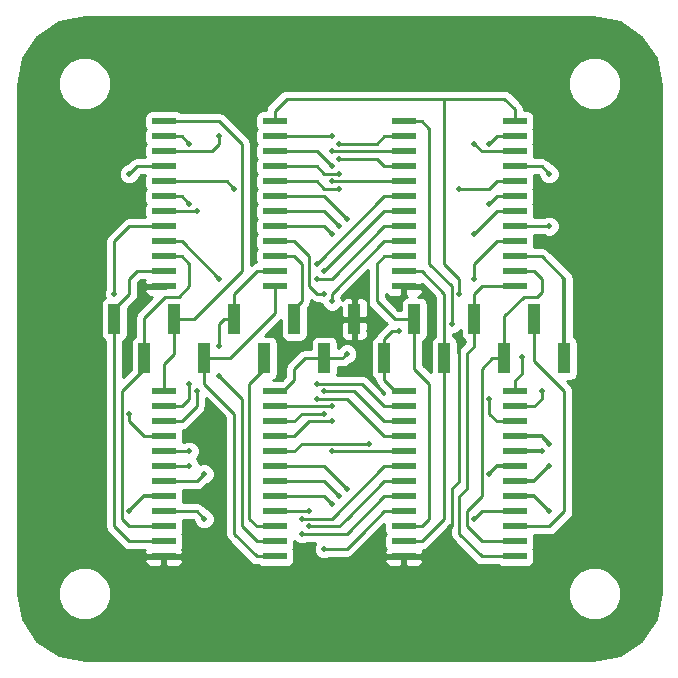
<source format=gtl>
G04 #@! TF.FileFunction,Copper,L1,Top,Signal*
%FSLAX46Y46*%
G04 Gerber Fmt 4.6, Leading zero omitted, Abs format (unit mm)*
G04 Created by KiCad (PCBNEW (2015-11-29 BZR 6336)-product) date vrijdag 15 april 2016 20:54:22*
%MOMM*%
G01*
G04 APERTURE LIST*
%ADD10C,0.100000*%
%ADD11R,1.000000X2.510000*%
%ADD12R,2.000000X0.600000*%
%ADD13C,0.508000*%
%ADD14C,0.254000*%
%ADD15C,0.304800*%
G04 APERTURE END LIST*
D10*
D11*
X135890000Y-103255000D03*
X133350000Y-99945000D03*
X138430000Y-99945000D03*
X140970000Y-103255000D03*
X151130000Y-103255000D03*
X148590000Y-99945000D03*
X143510000Y-99945000D03*
X146050000Y-103255000D03*
X171450000Y-103255000D03*
X168910000Y-99945000D03*
X163830000Y-99945000D03*
X166370000Y-103255000D03*
X161290000Y-103255000D03*
X158750000Y-99945000D03*
X156210000Y-103255000D03*
X153670000Y-99945000D03*
D12*
X157860000Y-83185000D03*
X157860000Y-84455000D03*
X157860000Y-85725000D03*
X157860000Y-86995000D03*
X157860000Y-88265000D03*
X157860000Y-89535000D03*
X157860000Y-90805000D03*
X157860000Y-92075000D03*
X157860000Y-93345000D03*
X157860000Y-94615000D03*
X157860000Y-95885000D03*
X157860000Y-97155000D03*
X167260000Y-97155000D03*
X167260000Y-95885000D03*
X167260000Y-94615000D03*
X167260000Y-93345000D03*
X167260000Y-92075000D03*
X167260000Y-90805000D03*
X167260000Y-89535000D03*
X167260000Y-88265000D03*
X167260000Y-86995000D03*
X167260000Y-85725000D03*
X167260000Y-84455000D03*
X167260000Y-83185000D03*
X157860000Y-106045000D03*
X157860000Y-107315000D03*
X157860000Y-108585000D03*
X157860000Y-109855000D03*
X157860000Y-111125000D03*
X157860000Y-112395000D03*
X157860000Y-113665000D03*
X157860000Y-114935000D03*
X157860000Y-116205000D03*
X157860000Y-117475000D03*
X157860000Y-118745000D03*
X157860000Y-120015000D03*
X167260000Y-120015000D03*
X167260000Y-118745000D03*
X167260000Y-117475000D03*
X167260000Y-116205000D03*
X167260000Y-114935000D03*
X167260000Y-113665000D03*
X167260000Y-112395000D03*
X167260000Y-111125000D03*
X167260000Y-109855000D03*
X167260000Y-108585000D03*
X167260000Y-107315000D03*
X167260000Y-106045000D03*
X137540000Y-106045000D03*
X137540000Y-107315000D03*
X137540000Y-108585000D03*
X137540000Y-109855000D03*
X137540000Y-111125000D03*
X137540000Y-112395000D03*
X137540000Y-113665000D03*
X137540000Y-114935000D03*
X137540000Y-116205000D03*
X137540000Y-117475000D03*
X137540000Y-118745000D03*
X137540000Y-120015000D03*
X146940000Y-120015000D03*
X146940000Y-118745000D03*
X146940000Y-117475000D03*
X146940000Y-116205000D03*
X146940000Y-114935000D03*
X146940000Y-113665000D03*
X146940000Y-112395000D03*
X146940000Y-111125000D03*
X146940000Y-109855000D03*
X146940000Y-108585000D03*
X146940000Y-107315000D03*
X146940000Y-106045000D03*
X137540000Y-83185000D03*
X137540000Y-84455000D03*
X137540000Y-85725000D03*
X137540000Y-86995000D03*
X137540000Y-88265000D03*
X137540000Y-89535000D03*
X137540000Y-90805000D03*
X137540000Y-92075000D03*
X137540000Y-93345000D03*
X137540000Y-94615000D03*
X137540000Y-95885000D03*
X137540000Y-97155000D03*
X146940000Y-97155000D03*
X146940000Y-95885000D03*
X146940000Y-94615000D03*
X146940000Y-93345000D03*
X146940000Y-92075000D03*
X146940000Y-90805000D03*
X146940000Y-89535000D03*
X146940000Y-88265000D03*
X146940000Y-86995000D03*
X146940000Y-85725000D03*
X146940000Y-84455000D03*
X146940000Y-83185000D03*
D13*
X151765000Y-85725000D03*
X139700000Y-85090000D03*
X152400000Y-85090000D03*
X142240000Y-84455000D03*
X163830000Y-85090000D03*
X151765000Y-84455000D03*
X165100000Y-85090000D03*
X151765000Y-86995000D03*
X134620000Y-87630000D03*
X152400000Y-86360000D03*
X143510000Y-88900000D03*
X151765000Y-88265000D03*
X152400000Y-88900000D03*
X162560000Y-88900000D03*
X152400000Y-87630000D03*
X170180000Y-87630000D03*
X151130000Y-95885000D03*
X139700000Y-90170000D03*
X150495000Y-95250000D03*
X140335000Y-90805000D03*
X163830000Y-92710000D03*
X153035000Y-91440000D03*
X165100000Y-90170000D03*
X152400000Y-92075000D03*
X133350000Y-97790000D03*
X150495000Y-96520000D03*
X142240000Y-96520000D03*
X151765000Y-98425000D03*
X151130000Y-97790000D03*
X163830000Y-96520000D03*
X151765000Y-92710000D03*
X170180000Y-92075000D03*
X151130000Y-106045000D03*
X139700000Y-105410000D03*
X150495000Y-105410000D03*
X140335000Y-106045000D03*
X165100000Y-106680000D03*
X151765000Y-107315000D03*
X169545000Y-106045000D03*
X151130000Y-107950000D03*
X134620000Y-107950000D03*
X150495000Y-106680000D03*
X139700000Y-111125000D03*
X151765000Y-111125000D03*
X154940000Y-110490000D03*
X169545000Y-111125000D03*
X151765000Y-108585000D03*
X170180000Y-110490000D03*
X149860000Y-117475000D03*
X139700000Y-112395000D03*
X149225000Y-116840000D03*
X140970000Y-113030000D03*
X170180000Y-112395000D03*
X153035000Y-114300000D03*
X165100000Y-113030000D03*
X152400000Y-114935000D03*
X134620000Y-116205000D03*
X149225000Y-118110000D03*
X140970000Y-116840000D03*
X151130000Y-119380000D03*
X149860000Y-116205000D03*
X163830000Y-116840000D03*
X151765000Y-115570000D03*
X170180000Y-116205000D03*
X162560000Y-101600000D03*
X154940000Y-100965000D03*
X135890000Y-98425000D03*
X156845000Y-98425000D03*
X162560000Y-97790000D03*
X167894000Y-103124000D03*
X153035000Y-102870000D03*
X142240000Y-102235000D03*
X142240000Y-104775000D03*
X157480000Y-100965000D03*
X161925000Y-100330000D03*
D14*
X157860000Y-85725000D02*
X151765000Y-85725000D01*
X137540000Y-84455000D02*
X139065000Y-84455000D01*
X139065000Y-84455000D02*
X139700000Y-85090000D01*
X155575000Y-85090000D02*
X152400000Y-85090000D01*
X156210000Y-84455000D02*
X155575000Y-85090000D01*
X157860000Y-84455000D02*
X156210000Y-84455000D01*
X142240000Y-85090000D02*
X142240000Y-84455000D01*
X141605000Y-85725000D02*
X142240000Y-85090000D01*
X137540000Y-85725000D02*
X141605000Y-85725000D01*
X167260000Y-85725000D02*
X164465000Y-85725000D01*
X164465000Y-85725000D02*
X163830000Y-85090000D01*
X146940000Y-84455000D02*
X151765000Y-84455000D01*
X167260000Y-84455000D02*
X165735000Y-84455000D01*
X165735000Y-84455000D02*
X165100000Y-85090000D01*
X150495000Y-85725000D02*
X151765000Y-86995000D01*
X146940000Y-85725000D02*
X150495000Y-85725000D01*
X135255000Y-86995000D02*
X134620000Y-87630000D01*
X137540000Y-86995000D02*
X135255000Y-86995000D01*
X155575000Y-86360000D02*
X152400000Y-86360000D01*
X156210000Y-86995000D02*
X155575000Y-86360000D01*
X157860000Y-86995000D02*
X156210000Y-86995000D01*
X137540000Y-88265000D02*
X142875000Y-88265000D01*
X142875000Y-88265000D02*
X143510000Y-88900000D01*
X157860000Y-88265000D02*
X151765000Y-88265000D01*
X150495000Y-88265000D02*
X151130000Y-88900000D01*
X151130000Y-88900000D02*
X152400000Y-88900000D01*
X146940000Y-88265000D02*
X150495000Y-88265000D01*
X165100000Y-88900000D02*
X162560000Y-88900000D01*
X165735000Y-88265000D02*
X165100000Y-88900000D01*
X167260000Y-88265000D02*
X165735000Y-88265000D01*
X151130000Y-87630000D02*
X152400000Y-87630000D01*
X150495000Y-86995000D02*
X151130000Y-87630000D01*
X146940000Y-86995000D02*
X150495000Y-86995000D01*
X167260000Y-86995000D02*
X169545000Y-86995000D01*
X169545000Y-86995000D02*
X170180000Y-87630000D01*
X151130000Y-95885000D02*
X156210000Y-90805000D01*
X157860000Y-90805000D02*
X156210000Y-90805000D01*
X137540000Y-89535000D02*
X139065000Y-89535000D01*
X139065000Y-89535000D02*
X139700000Y-90170000D01*
X156210000Y-89535000D02*
X150495000Y-95250000D01*
X157860000Y-89535000D02*
X156210000Y-89535000D01*
X137540000Y-90805000D02*
X140335000Y-90805000D01*
X165735000Y-90805000D02*
X163830000Y-92710000D01*
X167260000Y-90805000D02*
X165735000Y-90805000D01*
X148590000Y-89535000D02*
X151130000Y-89535000D01*
X151130000Y-89535000D02*
X153035000Y-91440000D01*
X146940000Y-89535000D02*
X148590000Y-89535000D01*
X167260000Y-89535000D02*
X165735000Y-89535000D01*
X165735000Y-89535000D02*
X165100000Y-90170000D01*
X151130000Y-90805000D02*
X152400000Y-92075000D01*
X148590000Y-90805000D02*
X151130000Y-90805000D01*
X146940000Y-90805000D02*
X148590000Y-90805000D01*
X133350000Y-93345000D02*
X133350000Y-97790000D01*
X134620000Y-92075000D02*
X133350000Y-93345000D01*
X137540000Y-92075000D02*
X134620000Y-92075000D01*
X151765000Y-96520000D02*
X150495000Y-96520000D01*
X156210000Y-92075000D02*
X151765000Y-96520000D01*
X157860000Y-92075000D02*
X156210000Y-92075000D01*
X139065000Y-93345000D02*
X142240000Y-96520000D01*
X137540000Y-93345000D02*
X139065000Y-93345000D01*
X151765000Y-97790000D02*
X151765000Y-98425000D01*
X156210000Y-93345000D02*
X151765000Y-97790000D01*
X157860000Y-93345000D02*
X156210000Y-93345000D01*
X149860000Y-97155000D02*
X150495000Y-97790000D01*
X150495000Y-97790000D02*
X151130000Y-97790000D01*
X149860000Y-94615000D02*
X149860000Y-97155000D01*
X148590000Y-93345000D02*
X149860000Y-94615000D01*
X148590000Y-93345000D02*
X146940000Y-93345000D01*
X165735000Y-93345000D02*
X163830000Y-95250000D01*
X163830000Y-95250000D02*
X163830000Y-96520000D01*
X167260000Y-93345000D02*
X165735000Y-93345000D01*
X148590000Y-92075000D02*
X151130000Y-92075000D01*
X151130000Y-92075000D02*
X151765000Y-92710000D01*
X146940000Y-92075000D02*
X148590000Y-92075000D01*
X167260000Y-92075000D02*
X170180000Y-92075000D01*
X156210000Y-108585000D02*
X153670000Y-106045000D01*
X153670000Y-106045000D02*
X151130000Y-106045000D01*
X157860000Y-108585000D02*
X156210000Y-108585000D01*
X139700000Y-106680000D02*
X139700000Y-105410000D01*
X139065000Y-107315000D02*
X139700000Y-106680000D01*
X137540000Y-107315000D02*
X139065000Y-107315000D01*
X156210000Y-107315000D02*
X154305000Y-105410000D01*
X154305000Y-105410000D02*
X150495000Y-105410000D01*
X157860000Y-107315000D02*
X156210000Y-107315000D01*
X140335000Y-107315000D02*
X140335000Y-106045000D01*
X139065000Y-108585000D02*
X140335000Y-107315000D01*
X137540000Y-108585000D02*
X139065000Y-108585000D01*
X165100000Y-107950000D02*
X165100000Y-106680000D01*
X165735000Y-108585000D02*
X165100000Y-107950000D01*
X167260000Y-108585000D02*
X165735000Y-108585000D01*
X146940000Y-107315000D02*
X151765000Y-107315000D01*
X168910000Y-107315000D02*
X169545000Y-106680000D01*
X169545000Y-106680000D02*
X169545000Y-106045000D01*
X167260000Y-107315000D02*
X168910000Y-107315000D01*
X148590000Y-108585000D02*
X149225000Y-107950000D01*
X149225000Y-107950000D02*
X151130000Y-107950000D01*
X146940000Y-108585000D02*
X148590000Y-108585000D01*
X135890000Y-109855000D02*
X134620000Y-108585000D01*
X134620000Y-108585000D02*
X134620000Y-107950000D01*
X137540000Y-109855000D02*
X135890000Y-109855000D01*
X156210000Y-109855000D02*
X153035000Y-106680000D01*
X153035000Y-106680000D02*
X150495000Y-106680000D01*
X157860000Y-109855000D02*
X156210000Y-109855000D01*
X137540000Y-111125000D02*
X139700000Y-111125000D01*
X157860000Y-111125000D02*
X151765000Y-111125000D01*
X148590000Y-111125000D02*
X149225000Y-110490000D01*
X149225000Y-110490000D02*
X154940000Y-110490000D01*
X146940000Y-111125000D02*
X148590000Y-111125000D01*
D15*
X167260000Y-111125000D02*
X169545000Y-111125000D01*
D14*
X149860000Y-108585000D02*
X151765000Y-108585000D01*
X148590000Y-109855000D02*
X149860000Y-108585000D01*
X146940000Y-109855000D02*
X148590000Y-109855000D01*
D15*
X170180000Y-110490000D02*
X169545000Y-109855000D01*
X169545000Y-109855000D02*
X167260000Y-109855000D01*
D14*
X152400000Y-117475000D02*
X153035000Y-116840000D01*
X149860000Y-117475000D02*
X152400000Y-117475000D01*
X156210000Y-113665000D02*
X153035000Y-116840000D01*
X157860000Y-113665000D02*
X156210000Y-113665000D01*
X137540000Y-112395000D02*
X139700000Y-112395000D01*
X149225000Y-116840000D02*
X151765000Y-116840000D01*
X151765000Y-116840000D02*
X156210000Y-112395000D01*
X156210000Y-112395000D02*
X157860000Y-112395000D01*
X140335000Y-113665000D02*
X140970000Y-113030000D01*
X137540000Y-113665000D02*
X140335000Y-113665000D01*
D15*
X167260000Y-113665000D02*
X168910000Y-113665000D01*
X168910000Y-113665000D02*
X170180000Y-112395000D01*
D14*
X146940000Y-112395000D02*
X151130000Y-112395000D01*
X151130000Y-112395000D02*
X153035000Y-114300000D01*
D15*
X167260000Y-112395000D02*
X165735000Y-112395000D01*
X165735000Y-112395000D02*
X165100000Y-113030000D01*
D14*
X151130000Y-113665000D02*
X152400000Y-114935000D01*
X146940000Y-113665000D02*
X151130000Y-113665000D01*
D15*
X135890000Y-114935000D02*
X134620000Y-116205000D01*
X137540000Y-114935000D02*
X135890000Y-114935000D01*
D14*
X149225000Y-118110000D02*
X153035000Y-118110000D01*
X153035000Y-118110000D02*
X156210000Y-114935000D01*
X156210000Y-114935000D02*
X157860000Y-114935000D01*
X137540000Y-116205000D02*
X140335000Y-116205000D01*
X140335000Y-116205000D02*
X140970000Y-116840000D01*
X153035000Y-119380000D02*
X151130000Y-119380000D01*
X154305000Y-118110000D02*
X153035000Y-119380000D01*
X156210000Y-116205000D02*
X154305000Y-118110000D01*
X157860000Y-116205000D02*
X156210000Y-116205000D01*
X146940000Y-116205000D02*
X149860000Y-116205000D01*
X167260000Y-116205000D02*
X164465000Y-116205000D01*
X164465000Y-116205000D02*
X163830000Y-116840000D01*
X146940000Y-114935000D02*
X151130000Y-114935000D01*
X151130000Y-114935000D02*
X151765000Y-115570000D01*
D15*
X167260000Y-114935000D02*
X168910000Y-114935000D01*
X168910000Y-114935000D02*
X170180000Y-116205000D01*
D14*
X162560000Y-113665000D02*
X162560000Y-101600000D01*
X161925000Y-114300000D02*
X162560000Y-113665000D01*
X161925000Y-117475000D02*
X161925000Y-114300000D01*
X159385000Y-120015000D02*
X161925000Y-117475000D01*
X157860000Y-120015000D02*
X159385000Y-120015000D01*
X135890000Y-97155000D02*
X135890000Y-98425000D01*
X137540000Y-97155000D02*
X135890000Y-97155000D01*
X157860000Y-98045000D02*
X157480000Y-98425000D01*
X157480000Y-98425000D02*
X156845000Y-98425000D01*
X157860000Y-97155000D02*
X157860000Y-98045000D01*
X162560000Y-97790000D02*
X162560000Y-96520000D01*
X161290000Y-95250000D02*
X162560000Y-96520000D01*
X161290000Y-81280000D02*
X147955000Y-81280000D01*
X166370000Y-81280000D02*
X161290000Y-81280000D01*
X161290000Y-81280000D02*
X161290000Y-95250000D01*
X167260000Y-105155000D02*
X167894000Y-104521000D01*
X167894000Y-103124000D02*
X167894000Y-104521000D01*
X167260000Y-105155000D02*
X167260000Y-106045000D01*
X151130000Y-103255000D02*
X152650000Y-103255000D01*
X152650000Y-103255000D02*
X153035000Y-102870000D01*
X146940000Y-106045000D02*
X147640000Y-106045000D01*
X147640000Y-106045000D02*
X148590000Y-105095000D01*
X148590000Y-105095000D02*
X148590000Y-104140000D01*
X148590000Y-104140000D02*
X149475000Y-103255000D01*
X149475000Y-103255000D02*
X151130000Y-103255000D01*
X167260000Y-82170000D02*
X166370000Y-81280000D01*
X167260000Y-83185000D02*
X167260000Y-82170000D01*
X146940000Y-82295000D02*
X147955000Y-81280000D01*
X146940000Y-83185000D02*
X146940000Y-82295000D01*
X135890000Y-103255000D02*
X135890000Y-104140000D01*
X135890000Y-104140000D02*
X133985000Y-106045000D01*
X135890000Y-103255000D02*
X135890000Y-99822000D01*
X135890000Y-99822000D02*
X137668000Y-98044000D01*
X138811000Y-98044000D02*
X137668000Y-98044000D01*
X139700000Y-97155000D02*
X138811000Y-98044000D01*
X139700000Y-95250000D02*
X139700000Y-97155000D01*
X139065000Y-94615000D02*
X139700000Y-95250000D01*
X137540000Y-94615000D02*
X139065000Y-94615000D01*
X133985000Y-106045000D02*
X133985000Y-116840000D01*
X133985000Y-116840000D02*
X134620000Y-117475000D01*
X134620000Y-117475000D02*
X137540000Y-117475000D01*
X133350000Y-117475000D02*
X133350000Y-99945000D01*
X134620000Y-118745000D02*
X133350000Y-117475000D01*
X137540000Y-118745000D02*
X134620000Y-118745000D01*
X134620000Y-97790000D02*
X134620000Y-96520000D01*
X133350000Y-99060000D02*
X134620000Y-97790000D01*
X133350000Y-99945000D02*
X133350000Y-99060000D01*
X135255000Y-95885000D02*
X134620000Y-96520000D01*
X137540000Y-95885000D02*
X135255000Y-95885000D01*
X143125000Y-103255000D02*
X146940000Y-99440000D01*
X140970000Y-103255000D02*
X143125000Y-103255000D01*
X146940000Y-99440000D02*
X146940000Y-97155000D01*
X143510000Y-107950000D02*
X140970000Y-105410000D01*
X140970000Y-105410000D02*
X140970000Y-103255000D01*
X143510000Y-118110000D02*
X143510000Y-107950000D01*
X145415000Y-120015000D02*
X143510000Y-118110000D01*
X146940000Y-120015000D02*
X145415000Y-120015000D01*
X142240000Y-100330000D02*
X142240000Y-102235000D01*
X143510000Y-99945000D02*
X142625000Y-99945000D01*
X142625000Y-99945000D02*
X142240000Y-100330000D01*
X144145000Y-117475000D02*
X144145000Y-107315000D01*
X144145000Y-107315000D02*
X144145000Y-106680000D01*
X144145000Y-106680000D02*
X142240000Y-104775000D01*
X145415000Y-118745000D02*
X144145000Y-117475000D01*
X146940000Y-118745000D02*
X145415000Y-118745000D01*
X145415000Y-95885000D02*
X143510000Y-97790000D01*
X143510000Y-97790000D02*
X143510000Y-99945000D01*
X146940000Y-95885000D02*
X145415000Y-95885000D01*
X158750000Y-99945000D02*
X157095000Y-99945000D01*
X157095000Y-99945000D02*
X155575000Y-98425000D01*
X155575000Y-95250000D02*
X155575000Y-98425000D01*
X156210000Y-94615000D02*
X155575000Y-95250000D01*
X157860000Y-94615000D02*
X156210000Y-94615000D01*
X158750000Y-104140000D02*
X160020000Y-105410000D01*
X158750000Y-99945000D02*
X158750000Y-104140000D01*
X160020000Y-116840000D02*
X160020000Y-105410000D01*
X159385000Y-117475000D02*
X160020000Y-116840000D01*
X157860000Y-117475000D02*
X159385000Y-117475000D01*
X161290000Y-103255000D02*
X161290000Y-97790000D01*
X161290000Y-116840000D02*
X161290000Y-103255000D01*
X159385000Y-95885000D02*
X161290000Y-97790000D01*
X157860000Y-95885000D02*
X159385000Y-95885000D01*
X159385000Y-118745000D02*
X161290000Y-116840000D01*
X157860000Y-118745000D02*
X159385000Y-118745000D01*
X167260000Y-120015000D02*
X164465000Y-120015000D01*
X164465000Y-120015000D02*
X162560000Y-118110000D01*
X162560000Y-118110000D02*
X162560000Y-114935000D01*
X162560000Y-114935000D02*
X163195000Y-114300000D01*
X163830000Y-102235000D02*
X163830000Y-99945000D01*
X163195000Y-114300000D02*
X163195000Y-102870000D01*
X163195000Y-102870000D02*
X163830000Y-102235000D01*
X163830000Y-97790000D02*
X163830000Y-99945000D01*
X164465000Y-97155000D02*
X163830000Y-97790000D01*
X167260000Y-97155000D02*
X164465000Y-97155000D01*
X164465000Y-104140000D02*
X164465000Y-114935000D01*
X164465000Y-114935000D02*
X163195000Y-116205000D01*
X166370000Y-103255000D02*
X166370000Y-99695000D01*
X165350000Y-103255000D02*
X164465000Y-104140000D01*
X166370000Y-103255000D02*
X165350000Y-103255000D01*
X168021000Y-98044000D02*
X166370000Y-99695000D01*
X169164000Y-98044000D02*
X168021000Y-98044000D01*
X169545000Y-97663000D02*
X169164000Y-98044000D01*
X169545000Y-96520000D02*
X169545000Y-97663000D01*
X168910000Y-95885000D02*
X169545000Y-96520000D01*
X167260000Y-95885000D02*
X168910000Y-95885000D01*
X163195000Y-117475000D02*
X163195000Y-116205000D01*
X164465000Y-118745000D02*
X163195000Y-117475000D01*
X167260000Y-118745000D02*
X164465000Y-118745000D01*
X149225000Y-98425000D02*
X149225000Y-95250000D01*
X148590000Y-99060000D02*
X149225000Y-98425000D01*
X148590000Y-99945000D02*
X148590000Y-99060000D01*
X148590000Y-94615000D02*
X149225000Y-95250000D01*
X146940000Y-94615000D02*
X148590000Y-94615000D01*
D15*
X171450000Y-96520000D02*
X171450000Y-100965000D01*
D14*
X167260000Y-94615000D02*
X169545000Y-94615000D01*
X169545000Y-94615000D02*
X171450000Y-96520000D01*
D15*
X171450000Y-100965000D02*
X171450000Y-103255000D01*
D14*
X168910000Y-103505000D02*
X168910000Y-99945000D01*
X171450000Y-106045000D02*
X168910000Y-103505000D01*
X171450000Y-116205000D02*
X171450000Y-106045000D01*
X170180000Y-117475000D02*
X171450000Y-116205000D01*
X167260000Y-117475000D02*
X170180000Y-117475000D01*
X145415000Y-117475000D02*
X146940000Y-117475000D01*
X144780000Y-116840000D02*
X145415000Y-117475000D01*
X144780000Y-105410000D02*
X144780000Y-116840000D01*
X146050000Y-104140000D02*
X144780000Y-105410000D01*
X146050000Y-103255000D02*
X146050000Y-104140000D01*
X156210000Y-101600000D02*
X156845000Y-100965000D01*
X156845000Y-100965000D02*
X157480000Y-100965000D01*
X156210000Y-103255000D02*
X156210000Y-101600000D01*
X160020000Y-95250000D02*
X161925000Y-97155000D01*
X161925000Y-97155000D02*
X161925000Y-100330000D01*
X160020000Y-95250000D02*
X160020000Y-83820000D01*
X159385000Y-83185000D02*
X160020000Y-83820000D01*
X157860000Y-83185000D02*
X159385000Y-83185000D01*
X157860000Y-106045000D02*
X157160000Y-106045000D01*
X157160000Y-106045000D02*
X156210000Y-105095000D01*
X156210000Y-105095000D02*
X156210000Y-104764000D01*
X156210000Y-104764000D02*
X156210000Y-103255000D01*
X140085000Y-99945000D02*
X144145000Y-95885000D01*
X138430000Y-99945000D02*
X140085000Y-99945000D01*
X144145000Y-95885000D02*
X144145000Y-85090000D01*
X144145000Y-85090000D02*
X142240000Y-83185000D01*
X142240000Y-83185000D02*
X137540000Y-83185000D01*
X138430000Y-102870000D02*
X138430000Y-99945000D01*
X137540000Y-103760000D02*
X138430000Y-102870000D01*
X137540000Y-106045000D02*
X137540000Y-103760000D01*
G36*
X176143011Y-74812170D02*
X177968247Y-76031753D01*
X179187829Y-77856987D01*
X179630000Y-80079931D01*
X179630000Y-123120069D01*
X179187829Y-125343013D01*
X177968247Y-127168247D01*
X176143011Y-128387830D01*
X173920069Y-128830000D01*
X130879931Y-128830000D01*
X128656987Y-128387829D01*
X126831753Y-127168247D01*
X125612170Y-125343011D01*
X125271953Y-123632619D01*
X128574613Y-123632619D01*
X128914155Y-124454372D01*
X129542321Y-125083636D01*
X130363481Y-125424611D01*
X131252619Y-125425387D01*
X132074372Y-125085845D01*
X132703636Y-124457679D01*
X133044611Y-123636519D01*
X133044614Y-123632619D01*
X171754613Y-123632619D01*
X172094155Y-124454372D01*
X172722321Y-125083636D01*
X173543481Y-125424611D01*
X174432619Y-125425387D01*
X175254372Y-125085845D01*
X175883636Y-124457679D01*
X176224611Y-123636519D01*
X176225387Y-122747381D01*
X175885845Y-121925628D01*
X175257679Y-121296364D01*
X174436519Y-120955389D01*
X173547381Y-120954613D01*
X172725628Y-121294155D01*
X172096364Y-121922321D01*
X171755389Y-122743481D01*
X171754613Y-123632619D01*
X133044614Y-123632619D01*
X133045387Y-122747381D01*
X132705845Y-121925628D01*
X132077679Y-121296364D01*
X131256519Y-120955389D01*
X130367381Y-120954613D01*
X129545628Y-121294155D01*
X128916364Y-121922321D01*
X128575389Y-122743481D01*
X128574613Y-123632619D01*
X125271953Y-123632619D01*
X125170000Y-123120069D01*
X125170000Y-120300750D01*
X135905000Y-120300750D01*
X135905000Y-120441310D01*
X136001673Y-120674699D01*
X136180302Y-120853327D01*
X136413691Y-120950000D01*
X137254250Y-120950000D01*
X137413000Y-120791250D01*
X137413000Y-120142000D01*
X137667000Y-120142000D01*
X137667000Y-120791250D01*
X137825750Y-120950000D01*
X138666309Y-120950000D01*
X138899698Y-120853327D01*
X139078327Y-120674699D01*
X139175000Y-120441310D01*
X139175000Y-120300750D01*
X139016250Y-120142000D01*
X137667000Y-120142000D01*
X137413000Y-120142000D01*
X136063750Y-120142000D01*
X135905000Y-120300750D01*
X125170000Y-120300750D01*
X125170000Y-98690000D01*
X132202560Y-98690000D01*
X132202560Y-101200000D01*
X132246838Y-101435317D01*
X132385910Y-101651441D01*
X132588000Y-101789523D01*
X132588000Y-117475000D01*
X132646004Y-117766605D01*
X132700771Y-117848569D01*
X132811185Y-118013815D01*
X134081184Y-119283815D01*
X134328395Y-119448996D01*
X134620000Y-119507000D01*
X135938837Y-119507000D01*
X135905000Y-119588690D01*
X135905000Y-119729250D01*
X136063750Y-119888000D01*
X137413000Y-119888000D01*
X137413000Y-119868000D01*
X137667000Y-119868000D01*
X137667000Y-119888000D01*
X139016250Y-119888000D01*
X139175000Y-119729250D01*
X139175000Y-119588690D01*
X139085194Y-119371878D01*
X139136431Y-119296890D01*
X139187440Y-119045000D01*
X139187440Y-118445000D01*
X139143162Y-118209683D01*
X139079322Y-118110472D01*
X139136431Y-118026890D01*
X139187440Y-117775000D01*
X139187440Y-117175000D01*
X139148302Y-116967000D01*
X140019370Y-116967000D01*
X140089591Y-117037221D01*
X140215903Y-117342920D01*
X140465764Y-117593218D01*
X140792391Y-117728846D01*
X141146057Y-117729154D01*
X141472920Y-117594097D01*
X141723218Y-117344236D01*
X141858846Y-117017609D01*
X141859154Y-116663943D01*
X141724097Y-116337080D01*
X141474236Y-116086782D01*
X141166720Y-115959090D01*
X140873815Y-115666185D01*
X140854247Y-115653110D01*
X140626605Y-115501004D01*
X140335000Y-115443000D01*
X139145319Y-115443000D01*
X139187440Y-115235000D01*
X139187440Y-114635000D01*
X139148302Y-114427000D01*
X140335000Y-114427000D01*
X140626605Y-114368996D01*
X140873815Y-114203815D01*
X141167221Y-113910409D01*
X141472920Y-113784097D01*
X141723218Y-113534236D01*
X141858846Y-113207609D01*
X141859154Y-112853943D01*
X141724097Y-112527080D01*
X141474236Y-112276782D01*
X141147609Y-112141154D01*
X140793943Y-112140846D01*
X140589148Y-112225465D01*
X140589154Y-112218943D01*
X140454097Y-111892080D01*
X140322236Y-111759989D01*
X140453218Y-111629236D01*
X140588846Y-111302609D01*
X140589154Y-110948943D01*
X140454097Y-110622080D01*
X140204236Y-110371782D01*
X139877609Y-110236154D01*
X139523943Y-110235846D01*
X139216207Y-110363000D01*
X139145319Y-110363000D01*
X139187440Y-110155000D01*
X139187440Y-109555000D01*
X139145297Y-109331028D01*
X139356605Y-109288996D01*
X139603815Y-109123815D01*
X140873815Y-107853816D01*
X141038996Y-107606605D01*
X141061980Y-107491057D01*
X141097000Y-107315000D01*
X141097000Y-106614630D01*
X142748000Y-108265631D01*
X142748000Y-118110000D01*
X142806004Y-118401605D01*
X142865839Y-118491154D01*
X142971185Y-118648815D01*
X144876185Y-120553815D01*
X145123395Y-120718996D01*
X145415000Y-120777000D01*
X145491364Y-120777000D01*
X145688110Y-120911431D01*
X145940000Y-120962440D01*
X147940000Y-120962440D01*
X148175317Y-120918162D01*
X148391441Y-120779090D01*
X148536431Y-120566890D01*
X148587440Y-120315000D01*
X148587440Y-120300750D01*
X156225000Y-120300750D01*
X156225000Y-120441310D01*
X156321673Y-120674699D01*
X156500302Y-120853327D01*
X156733691Y-120950000D01*
X157574250Y-120950000D01*
X157733000Y-120791250D01*
X157733000Y-120142000D01*
X157987000Y-120142000D01*
X157987000Y-120791250D01*
X158145750Y-120950000D01*
X158986309Y-120950000D01*
X159219698Y-120853327D01*
X159398327Y-120674699D01*
X159495000Y-120441310D01*
X159495000Y-120300750D01*
X159336250Y-120142000D01*
X157987000Y-120142000D01*
X157733000Y-120142000D01*
X156383750Y-120142000D01*
X156225000Y-120300750D01*
X148587440Y-120300750D01*
X148587440Y-119715000D01*
X148543162Y-119479683D01*
X148479322Y-119380472D01*
X148536431Y-119296890D01*
X148587440Y-119045000D01*
X148587440Y-118729661D01*
X148720764Y-118863218D01*
X149047391Y-118998846D01*
X149401057Y-118999154D01*
X149708793Y-118872000D01*
X150380553Y-118872000D01*
X150376782Y-118875764D01*
X150241154Y-119202391D01*
X150240846Y-119556057D01*
X150375903Y-119882920D01*
X150625764Y-120133218D01*
X150952391Y-120268846D01*
X151306057Y-120269154D01*
X151613793Y-120142000D01*
X153035000Y-120142000D01*
X153326605Y-120083996D01*
X153573815Y-119918815D01*
X154843815Y-118648816D01*
X154843817Y-118648813D01*
X156212560Y-117280070D01*
X156212560Y-117775000D01*
X156256838Y-118010317D01*
X156320678Y-118109528D01*
X156263569Y-118193110D01*
X156212560Y-118445000D01*
X156212560Y-119045000D01*
X156256838Y-119280317D01*
X156315178Y-119370980D01*
X156225000Y-119588690D01*
X156225000Y-119729250D01*
X156383750Y-119888000D01*
X157733000Y-119888000D01*
X157733000Y-119868000D01*
X157987000Y-119868000D01*
X157987000Y-119888000D01*
X159336250Y-119888000D01*
X159495000Y-119729250D01*
X159495000Y-119588690D01*
X159455365Y-119493003D01*
X159676605Y-119448996D01*
X159923815Y-119283815D01*
X161798000Y-117409630D01*
X161798000Y-118110000D01*
X161856004Y-118401605D01*
X161915839Y-118491154D01*
X162021185Y-118648815D01*
X163926185Y-120553815D01*
X164173395Y-120718996D01*
X164465000Y-120777000D01*
X165811364Y-120777000D01*
X166008110Y-120911431D01*
X166260000Y-120962440D01*
X168260000Y-120962440D01*
X168495317Y-120918162D01*
X168711441Y-120779090D01*
X168856431Y-120566890D01*
X168907440Y-120315000D01*
X168907440Y-119715000D01*
X168863162Y-119479683D01*
X168799322Y-119380472D01*
X168856431Y-119296890D01*
X168907440Y-119045000D01*
X168907440Y-118445000D01*
X168868302Y-118237000D01*
X170180000Y-118237000D01*
X170471605Y-118178996D01*
X170718815Y-118013815D01*
X171988815Y-116743816D01*
X172153996Y-116496605D01*
X172176980Y-116381057D01*
X172212000Y-116205000D01*
X172212000Y-106045000D01*
X172153996Y-105753395D01*
X172042184Y-105586057D01*
X171988815Y-105506184D01*
X171640071Y-105157440D01*
X171950000Y-105157440D01*
X172185317Y-105113162D01*
X172401441Y-104974090D01*
X172546431Y-104761890D01*
X172597440Y-104510000D01*
X172597440Y-102000000D01*
X172553162Y-101764683D01*
X172414090Y-101548559D01*
X172237400Y-101427832D01*
X172237400Y-96520000D01*
X172177463Y-96218675D01*
X172006776Y-95963224D01*
X171898519Y-95890889D01*
X170083815Y-94076185D01*
X170043124Y-94048996D01*
X169836605Y-93911004D01*
X169545000Y-93853000D01*
X168865319Y-93853000D01*
X168907440Y-93645000D01*
X168907440Y-93045000D01*
X168868302Y-92837000D01*
X169696913Y-92837000D01*
X170002391Y-92963846D01*
X170356057Y-92964154D01*
X170682920Y-92829097D01*
X170933218Y-92579236D01*
X171068846Y-92252609D01*
X171069154Y-91898943D01*
X170934097Y-91572080D01*
X170684236Y-91321782D01*
X170357609Y-91186154D01*
X170003943Y-91185846D01*
X169696207Y-91313000D01*
X168865319Y-91313000D01*
X168907440Y-91105000D01*
X168907440Y-90505000D01*
X168863162Y-90269683D01*
X168799322Y-90170472D01*
X168856431Y-90086890D01*
X168907440Y-89835000D01*
X168907440Y-89235000D01*
X168863162Y-88999683D01*
X168799322Y-88900472D01*
X168856431Y-88816890D01*
X168907440Y-88565000D01*
X168907440Y-87965000D01*
X168868302Y-87757000D01*
X169229370Y-87757000D01*
X169299591Y-87827221D01*
X169425903Y-88132920D01*
X169675764Y-88383218D01*
X170002391Y-88518846D01*
X170356057Y-88519154D01*
X170682920Y-88384097D01*
X170933218Y-88134236D01*
X171068846Y-87807609D01*
X171069154Y-87453943D01*
X170934097Y-87127080D01*
X170684236Y-86876782D01*
X170376720Y-86749090D01*
X170083815Y-86456185D01*
X169939864Y-86360000D01*
X169836605Y-86291004D01*
X169545000Y-86233000D01*
X168865319Y-86233000D01*
X168907440Y-86025000D01*
X168907440Y-85425000D01*
X168863162Y-85189683D01*
X168799322Y-85090472D01*
X168856431Y-85006890D01*
X168907440Y-84755000D01*
X168907440Y-84155000D01*
X168863162Y-83919683D01*
X168799322Y-83820472D01*
X168856431Y-83736890D01*
X168907440Y-83485000D01*
X168907440Y-82885000D01*
X168863162Y-82649683D01*
X168724090Y-82433559D01*
X168511890Y-82288569D01*
X168260000Y-82237560D01*
X168022000Y-82237560D01*
X168022000Y-82170000D01*
X167963996Y-81878395D01*
X167798815Y-81631185D01*
X166908815Y-80741185D01*
X166856691Y-80706357D01*
X166661605Y-80576004D01*
X166370000Y-80518000D01*
X147955000Y-80518000D01*
X147663395Y-80576004D01*
X147626968Y-80600344D01*
X147416185Y-80741184D01*
X146401185Y-81756185D01*
X146236004Y-82003395D01*
X146189426Y-82237560D01*
X145940000Y-82237560D01*
X145704683Y-82281838D01*
X145488559Y-82420910D01*
X145343569Y-82633110D01*
X145292560Y-82885000D01*
X145292560Y-83485000D01*
X145336838Y-83720317D01*
X145400678Y-83819528D01*
X145343569Y-83903110D01*
X145292560Y-84155000D01*
X145292560Y-84755000D01*
X145336838Y-84990317D01*
X145400678Y-85089528D01*
X145343569Y-85173110D01*
X145292560Y-85425000D01*
X145292560Y-86025000D01*
X145336838Y-86260317D01*
X145400678Y-86359528D01*
X145343569Y-86443110D01*
X145292560Y-86695000D01*
X145292560Y-87295000D01*
X145336838Y-87530317D01*
X145400678Y-87629528D01*
X145343569Y-87713110D01*
X145292560Y-87965000D01*
X145292560Y-88565000D01*
X145336838Y-88800317D01*
X145400678Y-88899528D01*
X145343569Y-88983110D01*
X145292560Y-89235000D01*
X145292560Y-89835000D01*
X145336838Y-90070317D01*
X145400678Y-90169528D01*
X145343569Y-90253110D01*
X145292560Y-90505000D01*
X145292560Y-91105000D01*
X145336838Y-91340317D01*
X145400678Y-91439528D01*
X145343569Y-91523110D01*
X145292560Y-91775000D01*
X145292560Y-92375000D01*
X145336838Y-92610317D01*
X145400678Y-92709528D01*
X145343569Y-92793110D01*
X145292560Y-93045000D01*
X145292560Y-93645000D01*
X145336838Y-93880317D01*
X145400678Y-93979528D01*
X145343569Y-94063110D01*
X145292560Y-94315000D01*
X145292560Y-94915000D01*
X145334703Y-95138972D01*
X145123395Y-95181004D01*
X145020136Y-95250000D01*
X144907000Y-95325595D01*
X144907000Y-85090000D01*
X144848996Y-84798395D01*
X144683815Y-84551185D01*
X142778815Y-82646185D01*
X142689646Y-82586604D01*
X142531605Y-82481004D01*
X142240000Y-82423000D01*
X138988636Y-82423000D01*
X138791890Y-82288569D01*
X138540000Y-82237560D01*
X136540000Y-82237560D01*
X136304683Y-82281838D01*
X136088559Y-82420910D01*
X135943569Y-82633110D01*
X135892560Y-82885000D01*
X135892560Y-83485000D01*
X135936838Y-83720317D01*
X136000678Y-83819528D01*
X135943569Y-83903110D01*
X135892560Y-84155000D01*
X135892560Y-84755000D01*
X135936838Y-84990317D01*
X136000678Y-85089528D01*
X135943569Y-85173110D01*
X135892560Y-85425000D01*
X135892560Y-86025000D01*
X135931698Y-86233000D01*
X135255000Y-86233000D01*
X134963395Y-86291004D01*
X134864377Y-86357166D01*
X134716185Y-86456184D01*
X134422778Y-86749591D01*
X134117080Y-86875903D01*
X133866782Y-87125764D01*
X133731154Y-87452391D01*
X133730846Y-87806057D01*
X133865903Y-88132920D01*
X134115764Y-88383218D01*
X134442391Y-88518846D01*
X134796057Y-88519154D01*
X135122920Y-88384097D01*
X135373218Y-88134236D01*
X135500910Y-87826720D01*
X135570631Y-87757000D01*
X135934681Y-87757000D01*
X135892560Y-87965000D01*
X135892560Y-88565000D01*
X135936838Y-88800317D01*
X136000678Y-88899528D01*
X135943569Y-88983110D01*
X135892560Y-89235000D01*
X135892560Y-89835000D01*
X135936838Y-90070317D01*
X136000678Y-90169528D01*
X135943569Y-90253110D01*
X135892560Y-90505000D01*
X135892560Y-91105000D01*
X135931698Y-91313000D01*
X134620000Y-91313000D01*
X134328395Y-91371004D01*
X134081184Y-91536185D01*
X132811185Y-92806185D01*
X132646004Y-93053395D01*
X132588000Y-93345000D01*
X132588000Y-97306913D01*
X132461154Y-97612391D01*
X132460846Y-97966057D01*
X132532581Y-98139669D01*
X132398559Y-98225910D01*
X132253569Y-98438110D01*
X132202560Y-98690000D01*
X125170000Y-98690000D01*
X125170000Y-80452619D01*
X128574613Y-80452619D01*
X128914155Y-81274372D01*
X129542321Y-81903636D01*
X130363481Y-82244611D01*
X131252619Y-82245387D01*
X132074372Y-81905845D01*
X132703636Y-81277679D01*
X133044611Y-80456519D01*
X133044614Y-80452619D01*
X171754613Y-80452619D01*
X172094155Y-81274372D01*
X172722321Y-81903636D01*
X173543481Y-82244611D01*
X174432619Y-82245387D01*
X175254372Y-81905845D01*
X175883636Y-81277679D01*
X176224611Y-80456519D01*
X176225387Y-79567381D01*
X175885845Y-78745628D01*
X175257679Y-78116364D01*
X174436519Y-77775389D01*
X173547381Y-77774613D01*
X172725628Y-78114155D01*
X172096364Y-78742321D01*
X171755389Y-79563481D01*
X171754613Y-80452619D01*
X133044614Y-80452619D01*
X133045387Y-79567381D01*
X132705845Y-78745628D01*
X132077679Y-78116364D01*
X131256519Y-77775389D01*
X130367381Y-77774613D01*
X129545628Y-78114155D01*
X128916364Y-78742321D01*
X128575389Y-79563481D01*
X128574613Y-80452619D01*
X125170000Y-80452619D01*
X125170000Y-80079931D01*
X125612170Y-77856989D01*
X126831753Y-76031753D01*
X128656987Y-74812171D01*
X130879931Y-74370000D01*
X173920069Y-74370000D01*
X176143011Y-74812170D01*
X176143011Y-74812170D01*
G37*
X176143011Y-74812170D02*
X177968247Y-76031753D01*
X179187829Y-77856987D01*
X179630000Y-80079931D01*
X179630000Y-123120069D01*
X179187829Y-125343013D01*
X177968247Y-127168247D01*
X176143011Y-128387830D01*
X173920069Y-128830000D01*
X130879931Y-128830000D01*
X128656987Y-128387829D01*
X126831753Y-127168247D01*
X125612170Y-125343011D01*
X125271953Y-123632619D01*
X128574613Y-123632619D01*
X128914155Y-124454372D01*
X129542321Y-125083636D01*
X130363481Y-125424611D01*
X131252619Y-125425387D01*
X132074372Y-125085845D01*
X132703636Y-124457679D01*
X133044611Y-123636519D01*
X133044614Y-123632619D01*
X171754613Y-123632619D01*
X172094155Y-124454372D01*
X172722321Y-125083636D01*
X173543481Y-125424611D01*
X174432619Y-125425387D01*
X175254372Y-125085845D01*
X175883636Y-124457679D01*
X176224611Y-123636519D01*
X176225387Y-122747381D01*
X175885845Y-121925628D01*
X175257679Y-121296364D01*
X174436519Y-120955389D01*
X173547381Y-120954613D01*
X172725628Y-121294155D01*
X172096364Y-121922321D01*
X171755389Y-122743481D01*
X171754613Y-123632619D01*
X133044614Y-123632619D01*
X133045387Y-122747381D01*
X132705845Y-121925628D01*
X132077679Y-121296364D01*
X131256519Y-120955389D01*
X130367381Y-120954613D01*
X129545628Y-121294155D01*
X128916364Y-121922321D01*
X128575389Y-122743481D01*
X128574613Y-123632619D01*
X125271953Y-123632619D01*
X125170000Y-123120069D01*
X125170000Y-120300750D01*
X135905000Y-120300750D01*
X135905000Y-120441310D01*
X136001673Y-120674699D01*
X136180302Y-120853327D01*
X136413691Y-120950000D01*
X137254250Y-120950000D01*
X137413000Y-120791250D01*
X137413000Y-120142000D01*
X137667000Y-120142000D01*
X137667000Y-120791250D01*
X137825750Y-120950000D01*
X138666309Y-120950000D01*
X138899698Y-120853327D01*
X139078327Y-120674699D01*
X139175000Y-120441310D01*
X139175000Y-120300750D01*
X139016250Y-120142000D01*
X137667000Y-120142000D01*
X137413000Y-120142000D01*
X136063750Y-120142000D01*
X135905000Y-120300750D01*
X125170000Y-120300750D01*
X125170000Y-98690000D01*
X132202560Y-98690000D01*
X132202560Y-101200000D01*
X132246838Y-101435317D01*
X132385910Y-101651441D01*
X132588000Y-101789523D01*
X132588000Y-117475000D01*
X132646004Y-117766605D01*
X132700771Y-117848569D01*
X132811185Y-118013815D01*
X134081184Y-119283815D01*
X134328395Y-119448996D01*
X134620000Y-119507000D01*
X135938837Y-119507000D01*
X135905000Y-119588690D01*
X135905000Y-119729250D01*
X136063750Y-119888000D01*
X137413000Y-119888000D01*
X137413000Y-119868000D01*
X137667000Y-119868000D01*
X137667000Y-119888000D01*
X139016250Y-119888000D01*
X139175000Y-119729250D01*
X139175000Y-119588690D01*
X139085194Y-119371878D01*
X139136431Y-119296890D01*
X139187440Y-119045000D01*
X139187440Y-118445000D01*
X139143162Y-118209683D01*
X139079322Y-118110472D01*
X139136431Y-118026890D01*
X139187440Y-117775000D01*
X139187440Y-117175000D01*
X139148302Y-116967000D01*
X140019370Y-116967000D01*
X140089591Y-117037221D01*
X140215903Y-117342920D01*
X140465764Y-117593218D01*
X140792391Y-117728846D01*
X141146057Y-117729154D01*
X141472920Y-117594097D01*
X141723218Y-117344236D01*
X141858846Y-117017609D01*
X141859154Y-116663943D01*
X141724097Y-116337080D01*
X141474236Y-116086782D01*
X141166720Y-115959090D01*
X140873815Y-115666185D01*
X140854247Y-115653110D01*
X140626605Y-115501004D01*
X140335000Y-115443000D01*
X139145319Y-115443000D01*
X139187440Y-115235000D01*
X139187440Y-114635000D01*
X139148302Y-114427000D01*
X140335000Y-114427000D01*
X140626605Y-114368996D01*
X140873815Y-114203815D01*
X141167221Y-113910409D01*
X141472920Y-113784097D01*
X141723218Y-113534236D01*
X141858846Y-113207609D01*
X141859154Y-112853943D01*
X141724097Y-112527080D01*
X141474236Y-112276782D01*
X141147609Y-112141154D01*
X140793943Y-112140846D01*
X140589148Y-112225465D01*
X140589154Y-112218943D01*
X140454097Y-111892080D01*
X140322236Y-111759989D01*
X140453218Y-111629236D01*
X140588846Y-111302609D01*
X140589154Y-110948943D01*
X140454097Y-110622080D01*
X140204236Y-110371782D01*
X139877609Y-110236154D01*
X139523943Y-110235846D01*
X139216207Y-110363000D01*
X139145319Y-110363000D01*
X139187440Y-110155000D01*
X139187440Y-109555000D01*
X139145297Y-109331028D01*
X139356605Y-109288996D01*
X139603815Y-109123815D01*
X140873815Y-107853816D01*
X141038996Y-107606605D01*
X141061980Y-107491057D01*
X141097000Y-107315000D01*
X141097000Y-106614630D01*
X142748000Y-108265631D01*
X142748000Y-118110000D01*
X142806004Y-118401605D01*
X142865839Y-118491154D01*
X142971185Y-118648815D01*
X144876185Y-120553815D01*
X145123395Y-120718996D01*
X145415000Y-120777000D01*
X145491364Y-120777000D01*
X145688110Y-120911431D01*
X145940000Y-120962440D01*
X147940000Y-120962440D01*
X148175317Y-120918162D01*
X148391441Y-120779090D01*
X148536431Y-120566890D01*
X148587440Y-120315000D01*
X148587440Y-120300750D01*
X156225000Y-120300750D01*
X156225000Y-120441310D01*
X156321673Y-120674699D01*
X156500302Y-120853327D01*
X156733691Y-120950000D01*
X157574250Y-120950000D01*
X157733000Y-120791250D01*
X157733000Y-120142000D01*
X157987000Y-120142000D01*
X157987000Y-120791250D01*
X158145750Y-120950000D01*
X158986309Y-120950000D01*
X159219698Y-120853327D01*
X159398327Y-120674699D01*
X159495000Y-120441310D01*
X159495000Y-120300750D01*
X159336250Y-120142000D01*
X157987000Y-120142000D01*
X157733000Y-120142000D01*
X156383750Y-120142000D01*
X156225000Y-120300750D01*
X148587440Y-120300750D01*
X148587440Y-119715000D01*
X148543162Y-119479683D01*
X148479322Y-119380472D01*
X148536431Y-119296890D01*
X148587440Y-119045000D01*
X148587440Y-118729661D01*
X148720764Y-118863218D01*
X149047391Y-118998846D01*
X149401057Y-118999154D01*
X149708793Y-118872000D01*
X150380553Y-118872000D01*
X150376782Y-118875764D01*
X150241154Y-119202391D01*
X150240846Y-119556057D01*
X150375903Y-119882920D01*
X150625764Y-120133218D01*
X150952391Y-120268846D01*
X151306057Y-120269154D01*
X151613793Y-120142000D01*
X153035000Y-120142000D01*
X153326605Y-120083996D01*
X153573815Y-119918815D01*
X154843815Y-118648816D01*
X154843817Y-118648813D01*
X156212560Y-117280070D01*
X156212560Y-117775000D01*
X156256838Y-118010317D01*
X156320678Y-118109528D01*
X156263569Y-118193110D01*
X156212560Y-118445000D01*
X156212560Y-119045000D01*
X156256838Y-119280317D01*
X156315178Y-119370980D01*
X156225000Y-119588690D01*
X156225000Y-119729250D01*
X156383750Y-119888000D01*
X157733000Y-119888000D01*
X157733000Y-119868000D01*
X157987000Y-119868000D01*
X157987000Y-119888000D01*
X159336250Y-119888000D01*
X159495000Y-119729250D01*
X159495000Y-119588690D01*
X159455365Y-119493003D01*
X159676605Y-119448996D01*
X159923815Y-119283815D01*
X161798000Y-117409630D01*
X161798000Y-118110000D01*
X161856004Y-118401605D01*
X161915839Y-118491154D01*
X162021185Y-118648815D01*
X163926185Y-120553815D01*
X164173395Y-120718996D01*
X164465000Y-120777000D01*
X165811364Y-120777000D01*
X166008110Y-120911431D01*
X166260000Y-120962440D01*
X168260000Y-120962440D01*
X168495317Y-120918162D01*
X168711441Y-120779090D01*
X168856431Y-120566890D01*
X168907440Y-120315000D01*
X168907440Y-119715000D01*
X168863162Y-119479683D01*
X168799322Y-119380472D01*
X168856431Y-119296890D01*
X168907440Y-119045000D01*
X168907440Y-118445000D01*
X168868302Y-118237000D01*
X170180000Y-118237000D01*
X170471605Y-118178996D01*
X170718815Y-118013815D01*
X171988815Y-116743816D01*
X172153996Y-116496605D01*
X172176980Y-116381057D01*
X172212000Y-116205000D01*
X172212000Y-106045000D01*
X172153996Y-105753395D01*
X172042184Y-105586057D01*
X171988815Y-105506184D01*
X171640071Y-105157440D01*
X171950000Y-105157440D01*
X172185317Y-105113162D01*
X172401441Y-104974090D01*
X172546431Y-104761890D01*
X172597440Y-104510000D01*
X172597440Y-102000000D01*
X172553162Y-101764683D01*
X172414090Y-101548559D01*
X172237400Y-101427832D01*
X172237400Y-96520000D01*
X172177463Y-96218675D01*
X172006776Y-95963224D01*
X171898519Y-95890889D01*
X170083815Y-94076185D01*
X170043124Y-94048996D01*
X169836605Y-93911004D01*
X169545000Y-93853000D01*
X168865319Y-93853000D01*
X168907440Y-93645000D01*
X168907440Y-93045000D01*
X168868302Y-92837000D01*
X169696913Y-92837000D01*
X170002391Y-92963846D01*
X170356057Y-92964154D01*
X170682920Y-92829097D01*
X170933218Y-92579236D01*
X171068846Y-92252609D01*
X171069154Y-91898943D01*
X170934097Y-91572080D01*
X170684236Y-91321782D01*
X170357609Y-91186154D01*
X170003943Y-91185846D01*
X169696207Y-91313000D01*
X168865319Y-91313000D01*
X168907440Y-91105000D01*
X168907440Y-90505000D01*
X168863162Y-90269683D01*
X168799322Y-90170472D01*
X168856431Y-90086890D01*
X168907440Y-89835000D01*
X168907440Y-89235000D01*
X168863162Y-88999683D01*
X168799322Y-88900472D01*
X168856431Y-88816890D01*
X168907440Y-88565000D01*
X168907440Y-87965000D01*
X168868302Y-87757000D01*
X169229370Y-87757000D01*
X169299591Y-87827221D01*
X169425903Y-88132920D01*
X169675764Y-88383218D01*
X170002391Y-88518846D01*
X170356057Y-88519154D01*
X170682920Y-88384097D01*
X170933218Y-88134236D01*
X171068846Y-87807609D01*
X171069154Y-87453943D01*
X170934097Y-87127080D01*
X170684236Y-86876782D01*
X170376720Y-86749090D01*
X170083815Y-86456185D01*
X169939864Y-86360000D01*
X169836605Y-86291004D01*
X169545000Y-86233000D01*
X168865319Y-86233000D01*
X168907440Y-86025000D01*
X168907440Y-85425000D01*
X168863162Y-85189683D01*
X168799322Y-85090472D01*
X168856431Y-85006890D01*
X168907440Y-84755000D01*
X168907440Y-84155000D01*
X168863162Y-83919683D01*
X168799322Y-83820472D01*
X168856431Y-83736890D01*
X168907440Y-83485000D01*
X168907440Y-82885000D01*
X168863162Y-82649683D01*
X168724090Y-82433559D01*
X168511890Y-82288569D01*
X168260000Y-82237560D01*
X168022000Y-82237560D01*
X168022000Y-82170000D01*
X167963996Y-81878395D01*
X167798815Y-81631185D01*
X166908815Y-80741185D01*
X166856691Y-80706357D01*
X166661605Y-80576004D01*
X166370000Y-80518000D01*
X147955000Y-80518000D01*
X147663395Y-80576004D01*
X147626968Y-80600344D01*
X147416185Y-80741184D01*
X146401185Y-81756185D01*
X146236004Y-82003395D01*
X146189426Y-82237560D01*
X145940000Y-82237560D01*
X145704683Y-82281838D01*
X145488559Y-82420910D01*
X145343569Y-82633110D01*
X145292560Y-82885000D01*
X145292560Y-83485000D01*
X145336838Y-83720317D01*
X145400678Y-83819528D01*
X145343569Y-83903110D01*
X145292560Y-84155000D01*
X145292560Y-84755000D01*
X145336838Y-84990317D01*
X145400678Y-85089528D01*
X145343569Y-85173110D01*
X145292560Y-85425000D01*
X145292560Y-86025000D01*
X145336838Y-86260317D01*
X145400678Y-86359528D01*
X145343569Y-86443110D01*
X145292560Y-86695000D01*
X145292560Y-87295000D01*
X145336838Y-87530317D01*
X145400678Y-87629528D01*
X145343569Y-87713110D01*
X145292560Y-87965000D01*
X145292560Y-88565000D01*
X145336838Y-88800317D01*
X145400678Y-88899528D01*
X145343569Y-88983110D01*
X145292560Y-89235000D01*
X145292560Y-89835000D01*
X145336838Y-90070317D01*
X145400678Y-90169528D01*
X145343569Y-90253110D01*
X145292560Y-90505000D01*
X145292560Y-91105000D01*
X145336838Y-91340317D01*
X145400678Y-91439528D01*
X145343569Y-91523110D01*
X145292560Y-91775000D01*
X145292560Y-92375000D01*
X145336838Y-92610317D01*
X145400678Y-92709528D01*
X145343569Y-92793110D01*
X145292560Y-93045000D01*
X145292560Y-93645000D01*
X145336838Y-93880317D01*
X145400678Y-93979528D01*
X145343569Y-94063110D01*
X145292560Y-94315000D01*
X145292560Y-94915000D01*
X145334703Y-95138972D01*
X145123395Y-95181004D01*
X145020136Y-95250000D01*
X144907000Y-95325595D01*
X144907000Y-85090000D01*
X144848996Y-84798395D01*
X144683815Y-84551185D01*
X142778815Y-82646185D01*
X142689646Y-82586604D01*
X142531605Y-82481004D01*
X142240000Y-82423000D01*
X138988636Y-82423000D01*
X138791890Y-82288569D01*
X138540000Y-82237560D01*
X136540000Y-82237560D01*
X136304683Y-82281838D01*
X136088559Y-82420910D01*
X135943569Y-82633110D01*
X135892560Y-82885000D01*
X135892560Y-83485000D01*
X135936838Y-83720317D01*
X136000678Y-83819528D01*
X135943569Y-83903110D01*
X135892560Y-84155000D01*
X135892560Y-84755000D01*
X135936838Y-84990317D01*
X136000678Y-85089528D01*
X135943569Y-85173110D01*
X135892560Y-85425000D01*
X135892560Y-86025000D01*
X135931698Y-86233000D01*
X135255000Y-86233000D01*
X134963395Y-86291004D01*
X134864377Y-86357166D01*
X134716185Y-86456184D01*
X134422778Y-86749591D01*
X134117080Y-86875903D01*
X133866782Y-87125764D01*
X133731154Y-87452391D01*
X133730846Y-87806057D01*
X133865903Y-88132920D01*
X134115764Y-88383218D01*
X134442391Y-88518846D01*
X134796057Y-88519154D01*
X135122920Y-88384097D01*
X135373218Y-88134236D01*
X135500910Y-87826720D01*
X135570631Y-87757000D01*
X135934681Y-87757000D01*
X135892560Y-87965000D01*
X135892560Y-88565000D01*
X135936838Y-88800317D01*
X136000678Y-88899528D01*
X135943569Y-88983110D01*
X135892560Y-89235000D01*
X135892560Y-89835000D01*
X135936838Y-90070317D01*
X136000678Y-90169528D01*
X135943569Y-90253110D01*
X135892560Y-90505000D01*
X135892560Y-91105000D01*
X135931698Y-91313000D01*
X134620000Y-91313000D01*
X134328395Y-91371004D01*
X134081184Y-91536185D01*
X132811185Y-92806185D01*
X132646004Y-93053395D01*
X132588000Y-93345000D01*
X132588000Y-97306913D01*
X132461154Y-97612391D01*
X132460846Y-97966057D01*
X132532581Y-98139669D01*
X132398559Y-98225910D01*
X132253569Y-98438110D01*
X132202560Y-98690000D01*
X125170000Y-98690000D01*
X125170000Y-80452619D01*
X128574613Y-80452619D01*
X128914155Y-81274372D01*
X129542321Y-81903636D01*
X130363481Y-82244611D01*
X131252619Y-82245387D01*
X132074372Y-81905845D01*
X132703636Y-81277679D01*
X133044611Y-80456519D01*
X133044614Y-80452619D01*
X171754613Y-80452619D01*
X172094155Y-81274372D01*
X172722321Y-81903636D01*
X173543481Y-82244611D01*
X174432619Y-82245387D01*
X175254372Y-81905845D01*
X175883636Y-81277679D01*
X176224611Y-80456519D01*
X176225387Y-79567381D01*
X175885845Y-78745628D01*
X175257679Y-78116364D01*
X174436519Y-77775389D01*
X173547381Y-77774613D01*
X172725628Y-78114155D01*
X172096364Y-78742321D01*
X171755389Y-79563481D01*
X171754613Y-80452619D01*
X133044614Y-80452619D01*
X133045387Y-79567381D01*
X132705845Y-78745628D01*
X132077679Y-78116364D01*
X131256519Y-77775389D01*
X130367381Y-77774613D01*
X129545628Y-78114155D01*
X128916364Y-78742321D01*
X128575389Y-79563481D01*
X128574613Y-80452619D01*
X125170000Y-80452619D01*
X125170000Y-80079931D01*
X125612170Y-77856989D01*
X126831753Y-76031753D01*
X128656987Y-74812171D01*
X130879931Y-74370000D01*
X173920069Y-74370000D01*
X176143011Y-74812170D01*
G36*
X154813000Y-98425000D02*
X154871004Y-98716605D01*
X154930736Y-98806000D01*
X155036185Y-98963815D01*
X156421502Y-100349132D01*
X156306185Y-100426184D01*
X155671185Y-101061185D01*
X155506004Y-101308395D01*
X155488945Y-101394154D01*
X155474683Y-101396838D01*
X155258559Y-101535910D01*
X155113569Y-101748110D01*
X155062560Y-102000000D01*
X155062560Y-104510000D01*
X155106838Y-104745317D01*
X155245910Y-104961441D01*
X155449041Y-105100235D01*
X155506004Y-105386605D01*
X155639274Y-105586057D01*
X155671185Y-105633815D01*
X156212560Y-106175190D01*
X156212560Y-106239930D01*
X154843815Y-104871185D01*
X154699864Y-104775000D01*
X154596605Y-104706004D01*
X154305000Y-104648000D01*
X152249494Y-104648000D01*
X152277440Y-104510000D01*
X152277440Y-104017000D01*
X152650000Y-104017000D01*
X152941605Y-103958996D01*
X153188815Y-103793815D01*
X153232221Y-103750409D01*
X153537920Y-103624097D01*
X153788218Y-103374236D01*
X153923846Y-103047609D01*
X153924154Y-102693943D01*
X153789097Y-102367080D01*
X153539236Y-102116782D01*
X153212609Y-101981154D01*
X152858943Y-101980846D01*
X152532080Y-102115903D01*
X152281782Y-102365764D01*
X152277440Y-102376221D01*
X152277440Y-102000000D01*
X152233162Y-101764683D01*
X152094090Y-101548559D01*
X151881890Y-101403569D01*
X151630000Y-101352560D01*
X150630000Y-101352560D01*
X150394683Y-101396838D01*
X150178559Y-101535910D01*
X150033569Y-101748110D01*
X149982560Y-102000000D01*
X149982560Y-102493000D01*
X149475000Y-102493000D01*
X149183395Y-102551004D01*
X148936185Y-102716185D01*
X148051185Y-103601185D01*
X147886004Y-103848395D01*
X147828000Y-104140000D01*
X147828000Y-104779370D01*
X147509810Y-105097560D01*
X146809563Y-105097560D01*
X147001441Y-104974090D01*
X147146431Y-104761890D01*
X147197440Y-104510000D01*
X147197440Y-102000000D01*
X147153162Y-101764683D01*
X147014090Y-101548559D01*
X146801890Y-101403569D01*
X146550000Y-101352560D01*
X146105071Y-101352560D01*
X147442560Y-100015071D01*
X147442560Y-101200000D01*
X147486838Y-101435317D01*
X147625910Y-101651441D01*
X147838110Y-101796431D01*
X148090000Y-101847440D01*
X149090000Y-101847440D01*
X149325317Y-101803162D01*
X149541441Y-101664090D01*
X149686431Y-101451890D01*
X149737440Y-101200000D01*
X149737440Y-100230750D01*
X152535000Y-100230750D01*
X152535000Y-101326310D01*
X152631673Y-101559699D01*
X152810302Y-101738327D01*
X153043691Y-101835000D01*
X153384250Y-101835000D01*
X153543000Y-101676250D01*
X153543000Y-100072000D01*
X153797000Y-100072000D01*
X153797000Y-101676250D01*
X153955750Y-101835000D01*
X154296309Y-101835000D01*
X154529698Y-101738327D01*
X154708327Y-101559699D01*
X154805000Y-101326310D01*
X154805000Y-100230750D01*
X154646250Y-100072000D01*
X153797000Y-100072000D01*
X153543000Y-100072000D01*
X152693750Y-100072000D01*
X152535000Y-100230750D01*
X149737440Y-100230750D01*
X149737440Y-98990191D01*
X149763816Y-98963815D01*
X149908021Y-98747996D01*
X149928996Y-98716605D01*
X149987000Y-98425000D01*
X149987000Y-98349406D01*
X150104377Y-98427834D01*
X150203395Y-98493996D01*
X150495000Y-98552000D01*
X150646913Y-98552000D01*
X150898792Y-98656589D01*
X151010903Y-98927920D01*
X151260764Y-99178218D01*
X151587391Y-99313846D01*
X151941057Y-99314154D01*
X152267920Y-99179097D01*
X152518218Y-98929236D01*
X152535000Y-98888821D01*
X152535000Y-99659250D01*
X152693750Y-99818000D01*
X153543000Y-99818000D01*
X153543000Y-98213750D01*
X153797000Y-98213750D01*
X153797000Y-99818000D01*
X154646250Y-99818000D01*
X154805000Y-99659250D01*
X154805000Y-98563690D01*
X154708327Y-98330301D01*
X154529698Y-98151673D01*
X154296309Y-98055000D01*
X153955750Y-98055000D01*
X153797000Y-98213750D01*
X153543000Y-98213750D01*
X153384250Y-98055000D01*
X153043691Y-98055000D01*
X152810302Y-98151673D01*
X152654103Y-98307871D01*
X152654154Y-98248943D01*
X152575074Y-98057556D01*
X154813000Y-95819631D01*
X154813000Y-98425000D01*
X154813000Y-98425000D01*
G37*
X154813000Y-98425000D02*
X154871004Y-98716605D01*
X154930736Y-98806000D01*
X155036185Y-98963815D01*
X156421502Y-100349132D01*
X156306185Y-100426184D01*
X155671185Y-101061185D01*
X155506004Y-101308395D01*
X155488945Y-101394154D01*
X155474683Y-101396838D01*
X155258559Y-101535910D01*
X155113569Y-101748110D01*
X155062560Y-102000000D01*
X155062560Y-104510000D01*
X155106838Y-104745317D01*
X155245910Y-104961441D01*
X155449041Y-105100235D01*
X155506004Y-105386605D01*
X155639274Y-105586057D01*
X155671185Y-105633815D01*
X156212560Y-106175190D01*
X156212560Y-106239930D01*
X154843815Y-104871185D01*
X154699864Y-104775000D01*
X154596605Y-104706004D01*
X154305000Y-104648000D01*
X152249494Y-104648000D01*
X152277440Y-104510000D01*
X152277440Y-104017000D01*
X152650000Y-104017000D01*
X152941605Y-103958996D01*
X153188815Y-103793815D01*
X153232221Y-103750409D01*
X153537920Y-103624097D01*
X153788218Y-103374236D01*
X153923846Y-103047609D01*
X153924154Y-102693943D01*
X153789097Y-102367080D01*
X153539236Y-102116782D01*
X153212609Y-101981154D01*
X152858943Y-101980846D01*
X152532080Y-102115903D01*
X152281782Y-102365764D01*
X152277440Y-102376221D01*
X152277440Y-102000000D01*
X152233162Y-101764683D01*
X152094090Y-101548559D01*
X151881890Y-101403569D01*
X151630000Y-101352560D01*
X150630000Y-101352560D01*
X150394683Y-101396838D01*
X150178559Y-101535910D01*
X150033569Y-101748110D01*
X149982560Y-102000000D01*
X149982560Y-102493000D01*
X149475000Y-102493000D01*
X149183395Y-102551004D01*
X148936185Y-102716185D01*
X148051185Y-103601185D01*
X147886004Y-103848395D01*
X147828000Y-104140000D01*
X147828000Y-104779370D01*
X147509810Y-105097560D01*
X146809563Y-105097560D01*
X147001441Y-104974090D01*
X147146431Y-104761890D01*
X147197440Y-104510000D01*
X147197440Y-102000000D01*
X147153162Y-101764683D01*
X147014090Y-101548559D01*
X146801890Y-101403569D01*
X146550000Y-101352560D01*
X146105071Y-101352560D01*
X147442560Y-100015071D01*
X147442560Y-101200000D01*
X147486838Y-101435317D01*
X147625910Y-101651441D01*
X147838110Y-101796431D01*
X148090000Y-101847440D01*
X149090000Y-101847440D01*
X149325317Y-101803162D01*
X149541441Y-101664090D01*
X149686431Y-101451890D01*
X149737440Y-101200000D01*
X149737440Y-100230750D01*
X152535000Y-100230750D01*
X152535000Y-101326310D01*
X152631673Y-101559699D01*
X152810302Y-101738327D01*
X153043691Y-101835000D01*
X153384250Y-101835000D01*
X153543000Y-101676250D01*
X153543000Y-100072000D01*
X153797000Y-100072000D01*
X153797000Y-101676250D01*
X153955750Y-101835000D01*
X154296309Y-101835000D01*
X154529698Y-101738327D01*
X154708327Y-101559699D01*
X154805000Y-101326310D01*
X154805000Y-100230750D01*
X154646250Y-100072000D01*
X153797000Y-100072000D01*
X153543000Y-100072000D01*
X152693750Y-100072000D01*
X152535000Y-100230750D01*
X149737440Y-100230750D01*
X149737440Y-98990191D01*
X149763816Y-98963815D01*
X149908021Y-98747996D01*
X149928996Y-98716605D01*
X149987000Y-98425000D01*
X149987000Y-98349406D01*
X150104377Y-98427834D01*
X150203395Y-98493996D01*
X150495000Y-98552000D01*
X150646913Y-98552000D01*
X150898792Y-98656589D01*
X151010903Y-98927920D01*
X151260764Y-99178218D01*
X151587391Y-99313846D01*
X151941057Y-99314154D01*
X152267920Y-99179097D01*
X152518218Y-98929236D01*
X152535000Y-98888821D01*
X152535000Y-99659250D01*
X152693750Y-99818000D01*
X153543000Y-99818000D01*
X153543000Y-98213750D01*
X153797000Y-98213750D01*
X153797000Y-99818000D01*
X154646250Y-99818000D01*
X154805000Y-99659250D01*
X154805000Y-98563690D01*
X154708327Y-98330301D01*
X154529698Y-98151673D01*
X154296309Y-98055000D01*
X153955750Y-98055000D01*
X153797000Y-98213750D01*
X153543000Y-98213750D01*
X153384250Y-98055000D01*
X153043691Y-98055000D01*
X152810302Y-98151673D01*
X152654103Y-98307871D01*
X152654154Y-98248943D01*
X152575074Y-98057556D01*
X154813000Y-95819631D01*
X154813000Y-98425000D01*
G36*
X135905000Y-96728690D02*
X135905000Y-96869250D01*
X136063750Y-97028000D01*
X137413000Y-97028000D01*
X137413000Y-97008000D01*
X137667000Y-97008000D01*
X137667000Y-97028000D01*
X137687000Y-97028000D01*
X137687000Y-97282000D01*
X137667000Y-97282000D01*
X137667000Y-97282199D01*
X137567454Y-97302000D01*
X137413000Y-97302000D01*
X137413000Y-97282000D01*
X136063750Y-97282000D01*
X135905000Y-97440750D01*
X135905000Y-97581310D01*
X136001673Y-97814699D01*
X136180302Y-97993327D01*
X136413691Y-98090000D01*
X136544369Y-98090000D01*
X135351185Y-99283185D01*
X135186004Y-99530395D01*
X135128000Y-99822000D01*
X135128000Y-101414008D01*
X134938559Y-101535910D01*
X134793569Y-101748110D01*
X134742560Y-102000000D01*
X134742560Y-104209810D01*
X134112000Y-104840370D01*
X134112000Y-101785992D01*
X134301441Y-101664090D01*
X134446431Y-101451890D01*
X134497440Y-101200000D01*
X134497440Y-98990190D01*
X135158815Y-98328816D01*
X135323996Y-98081605D01*
X135331476Y-98044000D01*
X135382000Y-97790000D01*
X135382000Y-96835630D01*
X135570631Y-96647000D01*
X135938837Y-96647000D01*
X135905000Y-96728690D01*
X135905000Y-96728690D01*
G37*
X135905000Y-96728690D02*
X135905000Y-96869250D01*
X136063750Y-97028000D01*
X137413000Y-97028000D01*
X137413000Y-97008000D01*
X137667000Y-97008000D01*
X137667000Y-97028000D01*
X137687000Y-97028000D01*
X137687000Y-97282000D01*
X137667000Y-97282000D01*
X137667000Y-97282199D01*
X137567454Y-97302000D01*
X137413000Y-97302000D01*
X137413000Y-97282000D01*
X136063750Y-97282000D01*
X135905000Y-97440750D01*
X135905000Y-97581310D01*
X136001673Y-97814699D01*
X136180302Y-97993327D01*
X136413691Y-98090000D01*
X136544369Y-98090000D01*
X135351185Y-99283185D01*
X135186004Y-99530395D01*
X135128000Y-99822000D01*
X135128000Y-101414008D01*
X134938559Y-101535910D01*
X134793569Y-101748110D01*
X134742560Y-102000000D01*
X134742560Y-104209810D01*
X134112000Y-104840370D01*
X134112000Y-101785992D01*
X134301441Y-101664090D01*
X134446431Y-101451890D01*
X134497440Y-101200000D01*
X134497440Y-98990190D01*
X135158815Y-98328816D01*
X135323996Y-98081605D01*
X135331476Y-98044000D01*
X135382000Y-97790000D01*
X135382000Y-96835630D01*
X135570631Y-96647000D01*
X135938837Y-96647000D01*
X135905000Y-96728690D01*
G36*
X160528000Y-98105630D02*
X160528000Y-101414008D01*
X160338559Y-101535910D01*
X160193569Y-101748110D01*
X160142560Y-102000000D01*
X160142560Y-104454929D01*
X159512000Y-103824370D01*
X159512000Y-101785992D01*
X159701441Y-101664090D01*
X159846431Y-101451890D01*
X159897440Y-101200000D01*
X159897440Y-98690000D01*
X159853162Y-98454683D01*
X159714090Y-98238559D01*
X159501890Y-98093569D01*
X159250000Y-98042560D01*
X159100839Y-98042560D01*
X159219698Y-97993327D01*
X159398327Y-97814699D01*
X159495000Y-97581310D01*
X159495000Y-97440750D01*
X159336250Y-97282000D01*
X157987000Y-97282000D01*
X157987000Y-97931250D01*
X158122332Y-98066582D01*
X158014683Y-98086838D01*
X157798559Y-98225910D01*
X157653569Y-98438110D01*
X157602560Y-98690000D01*
X157602560Y-99183000D01*
X157410631Y-99183000D01*
X156337000Y-98109370D01*
X156337000Y-97830026D01*
X156500302Y-97993327D01*
X156733691Y-98090000D01*
X157574250Y-98090000D01*
X157733000Y-97931250D01*
X157733000Y-97282000D01*
X157713000Y-97282000D01*
X157713000Y-97028000D01*
X157733000Y-97028000D01*
X157733000Y-97008000D01*
X157987000Y-97008000D01*
X157987000Y-97028000D01*
X159336250Y-97028000D01*
X159393310Y-96970940D01*
X160528000Y-98105630D01*
X160528000Y-98105630D01*
G37*
X160528000Y-98105630D02*
X160528000Y-101414008D01*
X160338559Y-101535910D01*
X160193569Y-101748110D01*
X160142560Y-102000000D01*
X160142560Y-104454929D01*
X159512000Y-103824370D01*
X159512000Y-101785992D01*
X159701441Y-101664090D01*
X159846431Y-101451890D01*
X159897440Y-101200000D01*
X159897440Y-98690000D01*
X159853162Y-98454683D01*
X159714090Y-98238559D01*
X159501890Y-98093569D01*
X159250000Y-98042560D01*
X159100839Y-98042560D01*
X159219698Y-97993327D01*
X159398327Y-97814699D01*
X159495000Y-97581310D01*
X159495000Y-97440750D01*
X159336250Y-97282000D01*
X157987000Y-97282000D01*
X157987000Y-97931250D01*
X158122332Y-98066582D01*
X158014683Y-98086838D01*
X157798559Y-98225910D01*
X157653569Y-98438110D01*
X157602560Y-98690000D01*
X157602560Y-99183000D01*
X157410631Y-99183000D01*
X156337000Y-98109370D01*
X156337000Y-97830026D01*
X156500302Y-97993327D01*
X156733691Y-98090000D01*
X157574250Y-98090000D01*
X157733000Y-97931250D01*
X157733000Y-97282000D01*
X157713000Y-97282000D01*
X157713000Y-97028000D01*
X157733000Y-97028000D01*
X157733000Y-97008000D01*
X157987000Y-97008000D01*
X157987000Y-97028000D01*
X159336250Y-97028000D01*
X159393310Y-96970940D01*
X160528000Y-98105630D01*
G36*
X162682560Y-101200000D02*
X162726838Y-101435317D01*
X162865910Y-101651441D01*
X163068000Y-101789523D01*
X163068000Y-101919369D01*
X162656185Y-102331185D01*
X162491004Y-102578395D01*
X162437440Y-102847679D01*
X162437440Y-102000000D01*
X162393162Y-101764683D01*
X162254090Y-101548559D01*
X162052000Y-101410477D01*
X162052000Y-101219111D01*
X162101057Y-101219154D01*
X162427920Y-101084097D01*
X162678218Y-100834236D01*
X162682560Y-100823779D01*
X162682560Y-101200000D01*
X162682560Y-101200000D01*
G37*
X162682560Y-101200000D02*
X162726838Y-101435317D01*
X162865910Y-101651441D01*
X163068000Y-101789523D01*
X163068000Y-101919369D01*
X162656185Y-102331185D01*
X162491004Y-102578395D01*
X162437440Y-102847679D01*
X162437440Y-102000000D01*
X162393162Y-101764683D01*
X162254090Y-101548559D01*
X162052000Y-101410477D01*
X162052000Y-101219111D01*
X162101057Y-101219154D01*
X162427920Y-101084097D01*
X162678218Y-100834236D01*
X162682560Y-100823779D01*
X162682560Y-101200000D01*
M02*

</source>
